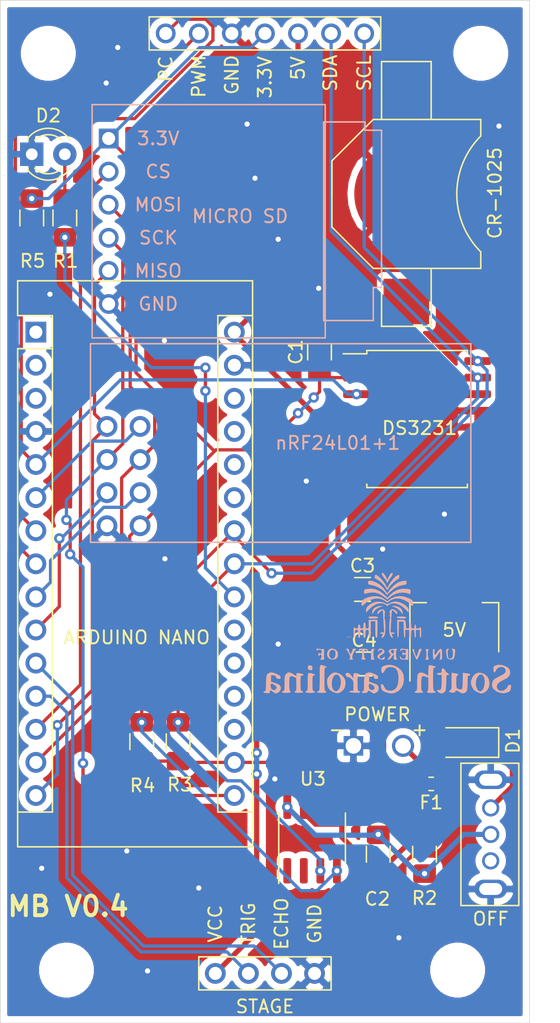
<source format=kicad_pcb>
(kicad_pcb (version 20171130) (host pcbnew "(5.1.6)-1")
  (layers (0 F.Cu signal) (31 B.Cu signal) (34 B.Paste user) (35 F.Paste user) (36 B.SilkS user) (37 F.SilkS user) (38 B.Mask user) (39 F.Mask user) (44 Edge.Cuts user))
  (net 0 "")
  (net 1 GND)
  (net 2 "Net-(D1-Pad2)")
  (net 3 "Net-(F1-Pad2)")
  (net 4 "Net-(switch1-Pad3)")
  (net 5 "Net-(BT1-Pad1)")
  (net 6 "Net-(U2-Pad1)")
  (net 7 "Net-(U2-Pad4)")
  (net 8 "Net-(A1-Pad1)")
  (net 9 "Net-(A1-Pad17)")
  (net 10 "Net-(A1-Pad2)")
  (net 11 "Net-(A1-Pad18)")
  (net 12 "Net-(A1-Pad3)")
  (net 13 "Net-(A1-Pad19)")
  (net 14 "Net-(A1-Pad20)")
  (net 15 "Net-(A1-Pad5)")
  (net 16 "Net-(A1-Pad21)")
  (net 17 "Net-(A1-Pad6)")
  (net 18 "Net-(A1-Pad22)")
  (net 19 "Net-(A1-Pad7)")
  (net 20 "Net-(A1-Pad23)")
  (net 21 "Net-(A1-Pad8)")
  (net 22 "Net-(A1-Pad24)")
  (net 23 "Net-(A1-Pad9)")
  (net 24 "Net-(A1-Pad25)")
  (net 25 "Net-(A1-Pad10)")
  (net 26 "Net-(A1-Pad26)")
  (net 27 "Net-(A1-Pad11)")
  (net 28 "Net-(A1-Pad27)")
  (net 29 "Net-(A1-Pad12)")
  (net 30 "Net-(A1-Pad28)")
  (net 31 "Net-(A1-Pad13)")
  (net 32 "Net-(A1-Pad14)")
  (net 33 "Net-(A1-Pad15)")
  (net 34 "Net-(A1-Pad16)")
  (net 35 "Net-(C2-Pad1)")
  (net 36 "Net-(C2-Pad2)")
  (net 37 "Net-(U3-Pad1)")
  (net 38 "Net-(U3-Pad2)")
  (net 39 "Net-(A1-Pad30)")
  (net 40 "Net-(D1-Pad1)")
  (net 41 "Net-(D2-Pad2)")
  (module custom:small_microSD_v2 (layer F.Cu) (at 142.3035 88.9635 90)
    (fp_text reference "MICRO SD" (at 1.016 13.2715 180) (layer B.SilkS))
    (fp_text value small_microSD)
    (fp_text user MISO (at -3.175 6.985) (layer B.SilkS))
    (fp_text user CS (at 4.445 6.985) (layer B.SilkS))
    (fp_text user MOSI (at 1.905 6.985) (layer B.SilkS))
    (fp_text user 3.3V (at 6.985 6.985) (layer B.SilkS))
    (fp_text user SCK (at -0.635 6.985) (layer B.SilkS))
    (fp_text user GND (at -5.715 6.985) (layer B.SilkS))
    (pad 5 thru_hole circle (at -3.175 3.175 90) (size 1.524 1.524) (drill 1) (layers *.Cu *.Mask) (net 33 "Net-(A1-Pad15)"))
    (pad 2 thru_hole circle (at 4.445 3.175 90) (size 1.524 1.524) (drill 1) (layers *.Cu *.Mask) (net 31 "Net-(A1-Pad13)"))
    (pad 1 thru_hole rect (at 6.985 3.175 90) (size 1.524 1.524) (drill 1) (layers *.Cu *.Mask) (net 9 "Net-(A1-Pad17)"))
    (pad 3 thru_hole circle (at 1.905 3.175 90) (size 1.524 1.524) (drill 1) (layers *.Cu *.Mask) (net 32 "Net-(A1-Pad14)"))
    (pad 4 thru_hole circle (at -0.635 3.175 90) (size 1.524 1.524) (drill 1) (layers *.Cu *.Mask) (net 34 "Net-(A1-Pad16)"))
    (pad 6 thru_hole circle (at -5.715 3.175 90) (size 1.524 1.524) (drill 1) (layers *.Cu *.Mask) (net 1 GND))
  )
  (module UofSC_logo:uofsc_logo_0_75in (layer B.Cu) (at 166.878 119.888 180)
    (fp_text reference G*** hide)
    (fp_text value LOGO hide)
  )
  (module MountingHole:MountingHole_3.2mm_M3 (layer F.Cu) (at 140.843 75.438)
    (fp_text reference REF** hide)
    (fp_text value MountingHole_3.2mm_M3)
    (pad 1 np_thru_hole circle (at 0 0) (size 3.2 3.2) (drill 3.2) (layers *.Cu *.Mask))
  )
  (module MountingHole:MountingHole_3.2mm_M3 (layer F.Cu) (at 172.2755 145.796)
    (fp_text reference REF** hide)
    (fp_text value MountingHole_3.2mm_M3)
    (pad 1 np_thru_hole circle (at 0 0) (size 3.2 3.2) (drill 3.2) (layers *.Cu *.Mask))
  )
  (module MountingHole:MountingHole_3.2mm_M3 (layer F.Cu) (at 174.0535 75.438)
    (fp_text reference REF** hide)
    (fp_text value MountingHole_3.2mm_M3)
    (pad 1 np_thru_hole circle (at 0 0) (size 3.2 3.2) (drill 3.2) (layers *.Cu *.Mask))
  )
  (module MountingHole:MountingHole_3.2mm_M3 (layer F.Cu) (at 142.24 145.796)
    (fp_text reference REF** hide)
    (fp_text value MountingHole_3.2mm_M3)
    (pad 1 np_thru_hole circle (at 0 0) (size 3.2 3.2) (drill 3.2) (layers *.Cu *.Mask))
  )
  (module Module:Arduino_Nano (layer F.Cu) (at 139.8905 96.8375)
    (fp_text reference "ARDUINO NANO" (at 7.747 23.4315) (layer F.SilkS))
    (fp_text value Arduino_Nano_v2.x-MCU_Module)
    (pad 1 thru_hole rect (at 0 0) (size 1.6 1.6) (drill 1) (layers *.Cu *.Mask) (net 8 "Net-(A1-Pad1)"))
    (pad 17 thru_hole oval (at 15.24 33.02) (size 1.6 1.6) (drill 1) (layers *.Cu *.Mask) (net 9 "Net-(A1-Pad17)"))
    (pad 2 thru_hole oval (at 0 2.54) (size 1.6 1.6) (drill 1) (layers *.Cu *.Mask) (net 10 "Net-(A1-Pad2)"))
    (pad 18 thru_hole oval (at 15.24 30.48) (size 1.6 1.6) (drill 1) (layers *.Cu *.Mask) (net 11 "Net-(A1-Pad18)"))
    (pad 3 thru_hole oval (at 0 5.08) (size 1.6 1.6) (drill 1) (layers *.Cu *.Mask) (net 12 "Net-(A1-Pad3)"))
    (pad 19 thru_hole oval (at 15.24 27.94) (size 1.6 1.6) (drill 1) (layers *.Cu *.Mask) (net 13 "Net-(A1-Pad19)"))
    (pad 4 thru_hole oval (at 0 7.62) (size 1.6 1.6) (drill 1) (layers *.Cu *.Mask) (net 1 GND))
    (pad 20 thru_hole oval (at 15.24 25.4) (size 1.6 1.6) (drill 1) (layers *.Cu *.Mask) (net 14 "Net-(A1-Pad20)"))
    (pad 5 thru_hole oval (at 0 10.16) (size 1.6 1.6) (drill 1) (layers *.Cu *.Mask) (net 15 "Net-(A1-Pad5)"))
    (pad 21 thru_hole oval (at 15.24 22.86) (size 1.6 1.6) (drill 1) (layers *.Cu *.Mask) (net 16 "Net-(A1-Pad21)"))
    (pad 6 thru_hole oval (at 0 12.7) (size 1.6 1.6) (drill 1) (layers *.Cu *.Mask) (net 17 "Net-(A1-Pad6)"))
    (pad 22 thru_hole oval (at 15.24 20.32) (size 1.6 1.6) (drill 1) (layers *.Cu *.Mask) (net 18 "Net-(A1-Pad22)"))
    (pad 7 thru_hole oval (at 0 15.24) (size 1.6 1.6) (drill 1) (layers *.Cu *.Mask) (net 19 "Net-(A1-Pad7)"))
    (pad 23 thru_hole oval (at 15.24 17.78) (size 1.6 1.6) (drill 1) (layers *.Cu *.Mask) (net 20 "Net-(A1-Pad23)"))
    (pad 8 thru_hole oval (at 0 17.78) (size 1.6 1.6) (drill 1) (layers *.Cu *.Mask) (net 21 "Net-(A1-Pad8)"))
    (pad 24 thru_hole oval (at 15.24 15.24) (size 1.6 1.6) (drill 1) (layers *.Cu *.Mask) (net 22 "Net-(A1-Pad24)"))
    (pad 9 thru_hole oval (at 0 20.32) (size 1.6 1.6) (drill 1) (layers *.Cu *.Mask) (net 23 "Net-(A1-Pad9)"))
    (pad 25 thru_hole oval (at 15.24 12.7) (size 1.6 1.6) (drill 1) (layers *.Cu *.Mask) (net 24 "Net-(A1-Pad25)"))
    (pad 10 thru_hole oval (at 0 22.86) (size 1.6 1.6) (drill 1) (layers *.Cu *.Mask) (net 25 "Net-(A1-Pad10)"))
    (pad 26 thru_hole oval (at 15.24 10.16) (size 1.6 1.6) (drill 1) (layers *.Cu *.Mask) (net 26 "Net-(A1-Pad26)"))
    (pad 11 thru_hole oval (at 0 25.4) (size 1.6 1.6) (drill 1) (layers *.Cu *.Mask) (net 27 "Net-(A1-Pad11)"))
    (pad 27 thru_hole oval (at 15.24 7.62) (size 1.6 1.6) (drill 1) (layers *.Cu *.Mask) (net 28 "Net-(A1-Pad27)"))
    (pad 12 thru_hole oval (at 0 27.94) (size 1.6 1.6) (drill 1) (layers *.Cu *.Mask) (net 29 "Net-(A1-Pad12)"))
    (pad 28 thru_hole oval (at 15.24 5.08) (size 1.6 1.6) (drill 1) (layers *.Cu *.Mask) (net 30 "Net-(A1-Pad28)"))
    (pad 13 thru_hole oval (at 0 30.48) (size 1.6 1.6) (drill 1) (layers *.Cu *.Mask) (net 31 "Net-(A1-Pad13)"))
    (pad 29 thru_hole oval (at 15.24 2.54) (size 1.6 1.6) (drill 1) (layers *.Cu *.Mask) (net 1 GND))
    (pad 14 thru_hole oval (at 0 33.02) (size 1.6 1.6) (drill 1) (layers *.Cu *.Mask) (net 32 "Net-(A1-Pad14)"))
    (pad 30 thru_hole oval (at 15.24 0) (size 1.6 1.6) (drill 1) (layers *.Cu *.Mask) (net 39 "Net-(A1-Pad30)"))
    (pad 15 thru_hole oval (at 0 35.56) (size 1.6 1.6) (drill 1) (layers *.Cu *.Mask) (net 33 "Net-(A1-Pad15)"))
    (pad 16 thru_hole oval (at 15.24 35.56) (size 1.6 1.6) (drill 1) (layers *.Cu *.Mask) (net 34 "Net-(A1-Pad16)"))
  )
  (module custom:battery_holder_10mm (layer F.Cu) (at 168.3385 86.233 270)
    (fp_text reference CR-1025 (at -0.0635 -6.7945 90) (layer F.SilkS))
    (fp_text value Battery_Cell)
    (pad 1 smd rect (at 8.255 0 180) (size 3.5 3.5) (layers F.Cu F.Mask) (net 5 "Net-(BT1-Pad1)"))
    (pad 1 smd rect (at -8.255 0 180) (size 3.5 3.5) (layers F.Cu F.Mask) (net 5 "Net-(BT1-Pad1)"))
    (pad 2 smd circle (at 0 0 180) (size 8 8) (layers F.Cu F.Mask) (net 1 GND))
  )
  (module Capacitor_SMD:C_1206_3216Metric_Pad1.42x1.75mm_HandSolder (layer F.Cu) (at 161.671 98.3615 90)
    (fp_text reference C1 (at 0 -1.82 90) (layer F.SilkS))
    (fp_text value C)
    (pad 2 smd roundrect (at 1.4875 0 90) (size 1.425 1.75) (layers F.Cu F.Paste F.Mask) (roundrect_rratio 0.175439) (net 1 GND))
    (pad 1 smd roundrect (at -1.4875 0 90) (size 1.425 1.75) (layers F.Cu F.Paste F.Mask) (roundrect_rratio 0.175439) (net 9 "Net-(A1-Pad17)"))
  )
  (module Capacitor_SMD:C_1206_3216Metric_Pad1.42x1.75mm_HandSolder (layer F.Cu) (at 166.1795 136.906 270)
    (fp_text reference C2 (at 3.429 0.0635) (layer F.SilkS))
    (fp_text value C)
    (pad 1 smd roundrect (at -1.4875 0 270) (size 1.425 1.75) (layers F.Cu F.Paste F.Mask) (roundrect_rratio 0.175439) (net 35 "Net-(C2-Pad1)"))
    (pad 2 smd roundrect (at 1.4875 0 270) (size 1.425 1.75) (layers F.Cu F.Paste F.Mask) (roundrect_rratio 0.175439) (net 36 "Net-(C2-Pad2)"))
  )
  (module Capacitor_SMD:C_1206_3216Metric_Pad1.42x1.75mm_HandSolder (layer F.Cu) (at 164.973 116.586)
    (fp_text reference C3 (at 0 -1.82) (layer F.SilkS))
    (fp_text value C)
    (pad 1 smd roundrect (at -1.4875 0) (size 1.425 1.75) (layers F.Cu F.Paste F.Mask) (roundrect_rratio 0.175439) (net 1 GND))
    (pad 2 smd roundrect (at 1.4875 0) (size 1.425 1.75) (layers F.Cu F.Paste F.Mask) (roundrect_rratio 0.175439) (net 39 "Net-(A1-Pad30)"))
  )
  (module Capacitor_SMD:C_1206_3216Metric_Pad1.42x1.75mm_HandSolder (layer F.Cu) (at 165.1 122.301)
    (fp_text reference C4 (at 0 -1.82) (layer F.SilkS))
    (fp_text value C)
    (pad 2 smd roundrect (at 1.4875 0) (size 1.425 1.75) (layers F.Cu F.Paste F.Mask) (roundrect_rratio 0.175439) (net 36 "Net-(C2-Pad2)"))
    (pad 1 smd roundrect (at -1.4875 0) (size 1.425 1.75) (layers F.Cu F.Paste F.Mask) (roundrect_rratio 0.175439) (net 1 GND))
  )
  (module Diode_SMD:D_1206_3216Metric_Pad1.42x1.75mm_HandSolder (layer F.Cu) (at 172.974 128.3335 180)
    (fp_text reference D1 (at -3.556 0.127 90) (layer F.SilkS))
    (fp_text value D)
    (pad 1 smd roundrect (at -1.4875 0 180) (size 1.425 1.75) (layers F.Cu F.Paste F.Mask) (roundrect_rratio 0.175439) (net 40 "Net-(D1-Pad1)"))
    (pad 2 smd roundrect (at 1.4875 0 180) (size 1.425 1.75) (layers F.Cu F.Paste F.Mask) (roundrect_rratio 0.175439) (net 2 "Net-(D1-Pad2)"))
  )
  (module LED_THT:LED_D3.0mm (layer F.Cu) (at 139.573 83.185)
    (fp_text reference D2 (at 1.27 -2.96) (layer F.SilkS))
    (fp_text value LED)
    (pad 1 thru_hole rect (at 0 0) (size 1.8 1.8) (drill 0.9) (layers *.Cu *.Mask) (net 1 GND))
    (pad 2 thru_hole circle (at 2.54 0) (size 1.8 1.8) (drill 0.9) (layers *.Cu *.Mask) (net 41 "Net-(D2-Pad2)"))
  )
  (module Resistor_SMD:R_0603_1608Metric_Pad1.05x0.95mm_HandSolder (layer F.Cu) (at 170.2435 131.5085 180)
    (fp_text reference F1 (at 0 -1.43) (layer F.SilkS))
    (fp_text value Fuse)
    (pad 1 smd roundrect (at -0.875 0 180) (size 1.05 0.95) (layers F.Cu F.Paste F.Mask) (net 2 "Net-(D1-Pad2)"))
    (pad 2 smd roundrect (at 0.875 0 180) (size 1.05 0.95) (layers F.Cu F.Paste F.Mask) (net 3 "Net-(F1-Pad2)"))
  )
  (module custom:nRF24L01+ (layer F.Cu) (at 156.7815 105.3465 270)
    (fp_text reference nRF24L01+1 (at 0 -6.2865 180) (layer B.SilkS))
    (fp_text value nRF24L01+)
    (pad 3 thru_hole circle (at 1.27 8.89 270) (size 1.6 1.6) (drill 1) (layers *.Cu *.Mask) (net 32 "Net-(A1-Pad14)"))
    (pad 7 thru_hole circle (at 1.27 11.43 270) (size 1.6 1.6) (drill 1) (layers *.Cu *.Mask) (net 34 "Net-(A1-Pad16)"))
    (pad 5 thru_hole circle (at 6.35 11.43 270) (size 1.6 1.6) (drill 1) (layers *.Cu *.Mask) (net 1 GND))
    (pad 6 thru_hole circle (at 3.81 11.43 270) (size 1.6 1.6) (drill 1) (layers *.Cu *.Mask) (net 25 "Net-(A1-Pad10)"))
    (pad 2 thru_hole circle (at 3.81 8.89 270) (size 1.6 1.6) (drill 1) (layers *.Cu *.Mask) (net 23 "Net-(A1-Pad9)"))
    (pad 1 thru_hole circle (at 6.35 8.89 270) (size 1.6 1.6) (drill 1) (layers *.Cu *.Mask) (net 9 "Net-(A1-Pad17)"))
    (pad 4 thru_hole circle (at -1.27 8.89 270) (size 1.6 1.6) (drill 1) (layers *.Cu *.Mask) (net 17 "Net-(A1-Pad6)"))
    (pad 8 thru_hole circle (at -1.27 11.43 270) (size 1.6 1.6) (drill 1) (layers *.Cu *.Mask) (net 33 "Net-(A1-Pad15)"))
  )
  (module custom:XT60PW (layer F.Cu) (at 166.8145 126.0475)
    (fp_text reference POWER (at -0.6985 0.127) (layer F.SilkS))
    (fp_text value XP60PW)
    (fp_text user + (at 2.54 1.27) (layer F.SilkS))
    (fp_text user - (at -3.81 1.27) (layer F.SilkS))
    (pad 2 thru_hole circle (at 1.27 2.54) (size 1.7 1.7) (drill 1.2) (layers *.Cu *.Mask) (net 3 "Net-(F1-Pad2)"))
    (pad 1 thru_hole rect (at -2.54 2.54) (size 1.5 1.5) (drill 1.2) (layers *.Cu *.Mask) (net 1 GND))
  )
  (module Capacitor_SMD:C_1206_3216Metric_Pad1.42x1.75mm_HandSolder (layer F.Cu) (at 142.113 88.0745 90)
    (fp_text reference R1 (at -3.302 0.0635 180) (layer F.SilkS))
    (fp_text value 1k)
    (pad 1 smd roundrect (at -1.4875 0 90) (size 1.425 1.75) (layers F.Cu F.Paste F.Mask) (roundrect_rratio 0.175439) (net 18 "Net-(A1-Pad22)"))
    (pad 2 smd roundrect (at 1.4875 0 90) (size 1.425 1.75) (layers F.Cu F.Paste F.Mask) (roundrect_rratio 0.175439) (net 41 "Net-(D2-Pad2)"))
  )
  (module Resistor_SMD:R_1206_3216Metric_Pad1.42x1.75mm_HandSolder (layer F.Cu) (at 169.7355 136.906 90)
    (fp_text reference R2 (at -3.3655 0) (layer F.SilkS))
    (fp_text value Rs)
    (pad 2 smd roundrect (at 1.4875 0 90) (size 1.425 1.75) (layers F.Cu F.Paste F.Mask) (roundrect_rratio 0.175439) (net 36 "Net-(C2-Pad2)"))
    (pad 1 smd roundrect (at -1.4875 0 90) (size 1.425 1.75) (layers F.Cu F.Paste F.Mask) (roundrect_rratio 0.175439) (net 35 "Net-(C2-Pad1)"))
  )
  (module Capacitor_SMD:C_1206_3216Metric_Pad1.42x1.75mm_HandSolder (layer F.Cu) (at 150.8125 128.27 90)
    (fp_text reference R3 (at -3.302 0.127 180) (layer F.SilkS))
    (fp_text value 4.7k)
    (pad 1 smd roundrect (at -1.4875 0 90) (size 1.425 1.75) (layers F.Cu F.Paste F.Mask) (roundrect_rratio 0.175439) (net 9 "Net-(A1-Pad17)"))
    (pad 2 smd roundrect (at 1.4875 0 90) (size 1.425 1.75) (layers F.Cu F.Paste F.Mask) (roundrect_rratio 0.175439) (net 20 "Net-(A1-Pad23)"))
  )
  (module Capacitor_SMD:C_1206_3216Metric_Pad1.42x1.75mm_HandSolder (layer F.Cu) (at 148.0185 128.27 90)
    (fp_text reference R4 (at -3.3655 0.0635 180) (layer F.SilkS))
    (fp_text value 4.7k)
    (pad 2 smd roundrect (at 1.4875 0 90) (size 1.425 1.75) (layers F.Cu F.Paste F.Mask) (roundrect_rratio 0.175439) (net 22 "Net-(A1-Pad24)"))
    (pad 1 smd roundrect (at -1.4875 0 90) (size 1.425 1.75) (layers F.Cu F.Paste F.Mask) (roundrect_rratio 0.175439) (net 9 "Net-(A1-Pad17)"))
  )
  (module Resistor_SMD:R_1206_3216Metric_Pad1.42x1.75mm_HandSolder (layer F.Cu) (at 139.573 88.0745 90)
    (fp_text reference R5 (at -3.302 0.0635 180) (layer F.SilkS))
    (fp_text value 4.7k)
    (pad 1 smd roundrect (at -1.4875 0 90) (size 1.425 1.75) (layers F.Cu F.Paste F.Mask) (roundrect_rratio 0.175439) (net 15 "Net-(A1-Pad5)"))
    (pad 2 smd roundrect (at 1.4875 0 90) (size 1.425 1.75) (layers F.Cu F.Paste F.Mask) (roundrect_rratio 0.175439) (net 9 "Net-(A1-Pad17)"))
  )
  (module custom:grounded_switch (layer F.Cu) (at 179.8955 135.382 270)
    (fp_text reference switch1 hide)
    (fp_text value grounded_switch)
    (pad 1 thru_hole circle (at -2.032 5.08 270) (size 1.324 1.324) (drill 0.914) (layers *.Cu *.Mask) (net 40 "Net-(D1-Pad1)"))
    (pad 2 thru_hole circle (at 0 5.08 270) (size 1.324 1.324) (drill 0.914) (layers *.Cu *.Mask) (net 35 "Net-(C2-Pad1)"))
    (pad 3 thru_hole circle (at 2.032 5.08 270) (size 1.324 1.324) (drill 0.914) (layers *.Cu *.Mask) (net 4 "Net-(switch1-Pad3)"))
    (pad 4 thru_hole oval (at -4.191 5.08) (size 2.524 1.424) (drill oval 1.76 0.914) (layers *.Cu *.Mask) (net 1 GND))
    (pad 5 thru_hole oval (at 4.191 5.08) (size 2.524 1.424) (drill oval 1.76 0.914) (layers *.Cu *.Mask) (net 1 GND))
  )
  (module Package_SO:SOIC-16W_7.5x10.3mm_P1.27mm (layer F.Cu) (at 169.164 103.505)
    (fp_text reference DS3231 (at 0.1905 0.6985) (layer F.SilkS))
    (fp_text value DS3231M)
    (pad 1 smd roundrect (at -4.65 -4.445) (size 2.05 0.6) (layers F.Cu F.Paste F.Mask) (net 6 "Net-(U2-Pad1)"))
    (pad 2 smd roundrect (at -4.65 -3.175) (size 2.05 0.6) (layers F.Cu F.Paste F.Mask) (net 9 "Net-(A1-Pad17)"))
    (pad 3 smd roundrect (at -4.65 -1.905) (size 2.05 0.6) (layers F.Cu F.Paste F.Mask) (net 15 "Net-(A1-Pad5)"))
    (pad 4 smd roundrect (at -4.65 -0.635) (size 2.05 0.6) (layers F.Cu F.Paste F.Mask) (net 7 "Net-(U2-Pad4)"))
    (pad 5 smd roundrect (at -4.65 0.635) (size 2.05 0.6) (layers F.Cu F.Paste F.Mask) (net 1 GND))
    (pad 6 smd roundrect (at -4.65 1.905) (size 2.05 0.6) (layers F.Cu F.Paste F.Mask) (net 1 GND))
    (pad 7 smd roundrect (at -4.65 3.175) (size 2.05 0.6) (layers F.Cu F.Paste F.Mask) (net 1 GND))
    (pad 8 smd roundrect (at -4.65 4.445) (size 2.05 0.6) (layers F.Cu F.Paste F.Mask) (net 1 GND))
    (pad 9 smd roundrect (at 4.65 4.445) (size 2.05 0.6) (layers F.Cu F.Paste F.Mask) (net 1 GND))
    (pad 10 smd roundrect (at 4.65 3.175) (size 2.05 0.6) (layers F.Cu F.Paste F.Mask) (net 1 GND))
    (pad 11 smd roundrect (at 4.65 1.905) (size 2.05 0.6) (layers F.Cu F.Paste F.Mask) (net 1 GND))
    (pad 12 smd roundrect (at 4.65 0.635) (size 2.05 0.6) (layers F.Cu F.Paste F.Mask) (net 1 GND))
    (pad 13 smd roundrect (at 4.65 -0.635) (size 2.05 0.6) (layers F.Cu F.Paste F.Mask) (net 1 GND))
    (pad 14 smd roundrect (at 4.65 -1.905) (size 2.05 0.6) (layers F.Cu F.Paste F.Mask) (net 5 "Net-(BT1-Pad1)"))
    (pad 15 smd roundrect (at 4.65 -3.175) (size 2.05 0.6) (layers F.Cu F.Paste F.Mask) (net 20 "Net-(A1-Pad23)"))
    (pad 16 smd roundrect (at 4.65 -4.445) (size 2.05 0.6) (layers F.Cu F.Paste F.Mask) (net 22 "Net-(A1-Pad24)"))
  )
  (module Package_SO:SOIC-8_3.9x4.9mm_P1.27mm (layer F.Cu) (at 161.0995 135.6995 90)
    (fp_text reference U3 (at 4.572 0.0635 180) (layer F.SilkS))
    (fp_text value INA219AxD)
    (pad 1 smd roundrect (at -2.475 -1.905 90) (size 1.95 0.6) (layers F.Cu F.Paste F.Mask) (net 37 "Net-(U3-Pad1)"))
    (pad 2 smd roundrect (at -2.475 -0.635 90) (size 1.95 0.6) (layers F.Cu F.Paste F.Mask) (net 38 "Net-(U3-Pad2)"))
    (pad 3 smd roundrect (at -2.475 0.635 90) (size 1.95 0.6) (layers F.Cu F.Paste F.Mask) (net 20 "Net-(A1-Pad23)"))
    (pad 4 smd roundrect (at -2.475 1.905 90) (size 1.95 0.6) (layers F.Cu F.Paste F.Mask) (net 22 "Net-(A1-Pad24)"))
    (pad 5 smd roundrect (at 2.475 1.905 90) (size 1.95 0.6) (layers F.Cu F.Paste F.Mask) (net 9 "Net-(A1-Pad17)"))
    (pad 6 smd roundrect (at 2.475 0.635 90) (size 1.95 0.6) (layers F.Cu F.Paste F.Mask) (net 1 GND))
    (pad 7 smd roundrect (at 2.475 -0.635 90) (size 1.95 0.6) (layers F.Cu F.Paste F.Mask) (net 36 "Net-(C2-Pad2)"))
    (pad 8 smd roundrect (at 2.475 -1.905 90) (size 1.95 0.6) (layers F.Cu F.Paste F.Mask) (net 35 "Net-(C2-Pad1)"))
  )
  (module Package_TO_SOT_SMD:SOT-223-3_TabPin2 (layer F.Cu) (at 172.0215 119.507 90)
    (fp_text reference 5V (at -0.1905 0 unlocked) (layer F.SilkS))
    (fp_text value KA78M05_TO252)
    (pad 2 smd rect (at 3.15 0 90) (size 2 3.8) (layers F.Cu F.Paste F.Mask) (net 1 GND))
    (pad 2 smd rect (at -3.15 0 90) (size 2 1.5) (layers F.Cu F.Paste F.Mask) (net 1 GND))
    (pad 3 smd rect (at -3.15 2.3 90) (size 2 1.5) (layers F.Cu F.Paste F.Mask) (net 39 "Net-(A1-Pad30)"))
    (pad 1 smd rect (at -3.15 -2.3 90) (size 2 1.5) (layers F.Cu F.Paste F.Mask) (net 36 "Net-(C2-Pad2)"))
  )
  (module custom:HCSR04 (layer F.Cu) (at 157.48 144.78)
    (fp_text reference STAGE (at 0 3.81) (layer F.SilkS))
    (fp_text value HCSR04)
    (fp_text user VCC (at -3.81 -2.54 90) (layer F.SilkS))
    (fp_text user TRIG (at -1.27 -2.54 90) (layer F.SilkS))
    (fp_text user ECHO (at 1.27 -2.54 90) (layer F.SilkS))
    (fp_text user GND (at 3.81 -2.54 90) (layer F.SilkS))
    (pad 1 thru_hole circle (at 3.81 1.27) (size 1.6 1.6) (drill 1) (layers *.Cu *.Mask) (net 1 GND))
    (pad 2 thru_hole circle (at 1.27 1.27) (size 1.6 1.6) (drill 1) (layers *.Cu *.Mask) (net 27 "Net-(A1-Pad11)"))
    (pad 3 thru_hole circle (at -1.27 1.27) (size 1.6 1.6) (drill 1) (layers *.Cu *.Mask) (net 29 "Net-(A1-Pad12)"))
    (pad 4 thru_hole circle (at -3.81 1.27) (size 1.6 1.6) (drill 1) (layers *.Cu *.Mask) (net 39 "Net-(A1-Pad30)"))
  )
  (module custom:top_rail_v2 (layer F.Cu) (at 160.02 76.454 180)
    (fp_text reference U1 hide)
    (fp_text value top_rail_v2)
    (fp_text user SCL (at -5.08 -0.508 90) (layer F.SilkS))
    (fp_text user SDA (at -2.4765 -0.508 90) (layer F.SilkS))
    (fp_text user 5V (at 0 -0.127 90) (layer F.SilkS))
    (fp_text user 3.3V (at 2.54 -0.8255 90) (layer F.SilkS))
    (fp_text user GND (at 5.08 -0.635 90) (layer F.SilkS))
    (fp_text user PWM (at 7.62 -0.762 90) (layer F.SilkS))
    (fp_text user PC (at 10.16 -0.1905 90) (layer F.SilkS))
    (pad 2 thru_hole circle (at -5.08 2.54 180) (size 1.524 1.524) (drill 1) (layers *.Cu *.Mask B.Paste) (net 22 "Net-(A1-Pad24)"))
    (pad 3 thru_hole circle (at -2.54 2.54 180) (size 1.524 1.524) (drill 1) (layers *.Cu *.Mask B.Paste) (net 20 "Net-(A1-Pad23)"))
    (pad 4 thru_hole circle (at 0 2.54 180) (size 1.524 1.524) (drill 1) (layers *.Cu *.Mask B.Paste) (net 39 "Net-(A1-Pad30)"))
    (pad 5 thru_hole circle (at 2.54 2.54 180) (size 1.524 1.524) (drill 1) (layers *.Cu *.Mask B.Paste) (net 9 "Net-(A1-Pad17)"))
    (pad 6 thru_hole circle (at 5.08 2.54 180) (size 1.524 1.524) (drill 1) (layers *.Cu *.Mask B.Paste) (net 1 GND))
    (pad 7 thru_hole circle (at 7.62 2.54 180) (size 1.524 1.524) (drill 1) (layers *.Cu *.Mask B.Paste) (net 21 "Net-(A1-Pad8)"))
    (pad 8 thru_hole circle (at 10.16 2.54 180) (size 1.524 1.524) (drill 1) (layers *.Cu *.Mask B.Paste) (net 19 "Net-(A1-Pad7)"))
  )
  (gr_text OFF (at 174.8155 141.859) (layer F.SilkS) (effects (font (size 1 1))))
  (gr_text "MB V0.4" (at 142.367 140.9065) (layer F.SilkS) (effects (font (size 1.5 1.5) (thickness 0.3))))
  (gr_line (start 177.8 142.24) (end 177.8 78.74) (layer Edge.Cuts) (width 0.05))
  (gr_line (start 137.16 78.74) (end 137.16 71.374) (layer Edge.Cuts) (width 0.05))
  (gr_line (start 177.8 71.628) (end 177.8 71.374) (layer Edge.Cuts) (width 0.05))
  (gr_line (start 137.16 78.74) (end 137.16 142.24) (layer Edge.Cuts) (width 0.05))
  (gr_line (start 177.8 142.24) (end 177.8 149.86) (layer Edge.Cuts) (width 0.05))
  (gr_line (start 137.16 149.86) (end 137.16 142.24) (layer Edge.Cuts) (width 0.05))
  (gr_line (start 137.16 149.86) (end 177.8 149.86) (layer Edge.Cuts) (width 0.05))
  (gr_line (start 177.8 78.74) (end 177.8 71.628) (layer Edge.Cuts) (width 0.05))
  (gr_line (start 137.16 71.374) (end 177.8 71.374) (layer Edge.Cuts) (width 0.05))
  (via (at 160.655 108.2675) (size 0.8) (drill 0.4) (layers F.Cu B.Cu) (net 1))
  (via (at 171.2595 110.8075) (size 0.8) (drill 0.4) (layers F.Cu B.Cu) (net 1))
  (via (at 158.496 120.777) (size 0.8) (drill 0.4) (layers F.Cu B.Cu) (net 1))
  (via (at 149.7965 114.2365) (size 0.8) (drill 0.4) (layers F.Cu B.Cu) (net 1))
  (via (at 146.8755 136.652) (size 0.8) (drill 0.4) (layers F.Cu B.Cu) (net 1))
  (via (at 148.463 145.8595) (size 0.8) (drill 0.4) (layers F.Cu B.Cu) (net 1))
  (via (at 140.335 137.9855) (size 0.8) (drill 0.4) (layers F.Cu B.Cu) (net 1))
  (via (at 167.767 143.3195) (size 0.8) (drill 0.4) (layers F.Cu B.Cu) (net 1))
  (via (at 156.718 85.0265) (size 0.8) (drill 0.4) (layers F.Cu B.Cu) (net 1))
  (via (at 146.177 74.9935) (size 0.8) (drill 0.4) (layers F.Cu B.Cu) (net 1))
  (via (at 158.496 89.7128) (size 0.8) (drill 0.4) (layers F.Cu B.Cu) (net 1))
  (via (at 161.6075 93.472) (size 0.8) (drill 0.4) (layers F.Cu B.Cu) (net 1))
  (via (at 175.4505 81.026) (size 0.8) (drill 0.4) (layers F.Cu B.Cu) (net 1))
  (via (at 158.242 131.1275) (size 0.8) (drill 0.4) (layers F.Cu B.Cu) (net 1))
  (segment (start 161.7345 132.2495) (end 161.7345 133.2245) (width 0.4) (layer F.Cu) (net 1))
  (segment (start 158.242 131.1275) (end 160.6125 131.1275) (width 0.4) (layer F.Cu) (net 1))
  (segment (start 160.6125 131.1275) (end 161.7345 132.2495) (width 0.4) (layer F.Cu) (net 1))
  (via (at 149.7584 97.4852) (size 0.8) (drill 0.4) (layers F.Cu B.Cu) (net 1))
  (via (at 140.97 93.9292) (size 0.8) (drill 0.4) (layers F.Cu B.Cu) (net 1))
  (via (at 145.288 77.724) (size 0.8) (drill 0.4) (layers F.Cu B.Cu) (net 1))
  (via (at 156.1084 80.8736) (size 0.8) (drill 0.4) (layers F.Cu B.Cu) (net 1))
  (via (at 166.5224 113.4872) (size 0.8) (drill 0.4) (layers F.Cu B.Cu) (net 1))
  (via (at 152.4 139.4968) (size 0.8) (drill 0.4) (layers F.Cu B.Cu) (net 1))
  (segment (start 171.4865 131.1405) (end 171.1185 131.5085) (width 0.4) (layer F.Cu) (net 2))
  (segment (start 171.4865 128.3335) (end 171.4865 131.1405) (width 0.4) (layer F.Cu) (net 2))
  (segment (start 169.3685 129.8715) (end 168.0845 128.5875) (width 0.4) (layer F.Cu) (net 3))
  (segment (start 169.3685 131.5085) (end 169.3685 129.8715) (width 0.4) (layer F.Cu) (net 3))
  (segment (start 172.663501 90.162999) (end 168.3385 94.488) (width 0.25) (layer F.Cu) (net 5))
  (segment (start 172.663501 82.303001) (end 172.663501 90.162999) (width 0.25) (layer F.Cu) (net 5))
  (segment (start 168.3385 77.978) (end 172.663501 82.303001) (width 0.25) (layer F.Cu) (net 5))
  (segment (start 173.387232 101.6) (end 173.814 101.6) (width 0.25) (layer F.Cu) (net 5))
  (segment (start 168.3385 96.551268) (end 173.387232 101.6) (width 0.25) (layer F.Cu) (net 5))
  (segment (start 168.3385 94.488) (end 168.3385 96.551268) (width 0.25) (layer F.Cu) (net 5))
  (segment (start 150.9125 129.8575) (end 150.8125 129.7575) (width 0.25) (layer F.Cu) (net 9))
  (segment (start 155.1305 129.8575) (end 150.9125 129.8575) (width 0.25) (layer F.Cu) (net 9))
  (segment (start 150.8125 129.7575) (end 148.0185 129.7575) (width 0.25) (layer F.Cu) (net 9))
  (segment (start 162.152 100.33) (end 161.671 99.849) (width 0.25) (layer F.Cu) (net 9))
  (segment (start 164.514 100.33) (end 162.152 100.33) (width 0.25) (layer F.Cu) (net 9))
  (via (at 139.573 86.587) (size 0.8) (drill 0.4) (layers F.Cu B.Cu) (net 9))
  (segment (start 145.4785 81.9785) (end 140.87 86.587) (width 0.25) (layer B.Cu) (net 9))
  (segment (start 140.87 86.587) (end 139.573 86.587) (width 0.25) (layer B.Cu) (net 9))
  (segment (start 163.0045 132.2495) (end 163.0045 133.2245) (width 0.25) (layer F.Cu) (net 9))
  (segment (start 160.6125 129.8575) (end 163.0045 132.2495) (width 0.25) (layer F.Cu) (net 9))
  (segment (start 155.1305 129.8575) (end 160.6125 129.8575) (width 0.25) (layer F.Cu) (net 9))
  (via (at 161.2265 101.854) (size 0.8) (drill 0.4) (layers F.Cu B.Cu) (net 9))
  (segment (start 161.671 99.849) (end 161.671 101.4095) (width 0.25) (layer F.Cu) (net 9))
  (segment (start 161.671 101.4095) (end 161.2265 101.854) (width 0.25) (layer F.Cu) (net 9))
  (via (at 160.02 103.0605) (size 0.8) (drill 0.4) (layers F.Cu B.Cu) (net 9))
  (segment (start 161.2265 101.854) (end 160.02 103.0605) (width 0.25) (layer B.Cu) (net 9))
  (segment (start 157.208001 105.872499) (end 153.715501 105.872499) (width 0.25) (layer F.Cu) (net 9))
  (segment (start 160.02 103.0605) (end 157.208001 105.872499) (width 0.25) (layer F.Cu) (net 9))
  (segment (start 153.715501 105.872499) (end 153.63825 105.94975) (width 0.25) (layer F.Cu) (net 9))
  (segment (start 153.63825 105.94975) (end 147.8915 111.6965) (width 0.25) (layer F.Cu) (net 9))
  (segment (start 147.091501 125.808809) (end 146.81849 126.08182) (width 0.25) (layer F.Cu) (net 9))
  (segment (start 147.091501 112.496499) (end 147.091501 125.808809) (width 0.25) (layer F.Cu) (net 9))
  (segment (start 146.81849 128.55749) (end 148.0185 129.7575) (width 0.25) (layer F.Cu) (net 9))
  (segment (start 146.81849 126.08182) (end 146.81849 128.55749) (width 0.25) (layer F.Cu) (net 9))
  (segment (start 147.8915 111.6965) (end 147.091501 112.496499) (width 0.25) (layer F.Cu) (net 9))
  (segment (start 153.57475 105.94975) (end 153.63825 105.94975) (width 0.25) (layer F.Cu) (net 9))
  (segment (start 147.57951 99.95451) (end 153.57475 105.94975) (width 0.25) (layer F.Cu) (net 9))
  (segment (start 147.57951 84.07951) (end 147.57951 99.95451) (width 0.25) (layer F.Cu) (net 9))
  (segment (start 145.4785 81.9785) (end 147.57951 84.07951) (width 0.25) (layer F.Cu) (net 9))
  (segment (start 152.455999 75.001001) (end 145.4785 81.9785) (width 0.25) (layer B.Cu) (net 9))
  (segment (start 156.392999 75.001001) (end 152.455999 75.001001) (width 0.25) (layer B.Cu) (net 9))
  (segment (start 157.48 73.914) (end 156.392999 75.001001) (width 0.25) (layer B.Cu) (net 9))
  (segment (start 138.765499 105.872499) (end 139.8905 106.9975) (width 0.25) (layer F.Cu) (net 15))
  (segment (start 138.765499 90.369501) (end 138.765499 105.872499) (width 0.25) (layer F.Cu) (net 15))
  (segment (start 139.573 89.562) (end 138.765499 90.369501) (width 0.25) (layer F.Cu) (net 15))
  (segment (start 146.385499 100.502501) (end 162.732501 100.502501) (width 0.25) (layer B.Cu) (net 15))
  (segment (start 139.8905 106.9975) (end 146.385499 100.502501) (width 0.25) (layer B.Cu) (net 15))
  (segment (start 162.732501 100.502501) (end 163.83 101.6) (width 0.25) (layer B.Cu) (net 15))
  (via (at 164.514 101.6) (size 0.8) (drill 0.4) (layers F.Cu B.Cu) (net 15))
  (segment (start 163.83 101.6) (end 164.514 101.6) (width 0.25) (layer B.Cu) (net 15))
  (segment (start 144.226499 105.201501) (end 139.8905 109.5375) (width 0.25) (layer B.Cu) (net 17))
  (segment (start 146.766499 105.201501) (end 144.226499 105.201501) (width 0.25) (layer B.Cu) (net 17))
  (segment (start 147.8915 104.0765) (end 146.766499 105.201501) (width 0.25) (layer B.Cu) (net 17))
  (via (at 142.113 89.562) (size 0.8) (drill 0.4) (layers F.Cu B.Cu) (net 18))
  (via (at 152.908 101.346) (size 0.8) (drill 0.4) (layers F.Cu B.Cu) (net 18))
  (segment (start 155.1305 117.1575) (end 152.908 114.935) (width 0.25) (layer B.Cu) (net 18))
  (segment (start 152.908 114.935) (end 152.908 101.346) (width 0.25) (layer B.Cu) (net 18))
  (via (at 152.908 99.568) (size 0.8) (drill 0.4) (layers F.Cu B.Cu) (net 18))
  (segment (start 152.908 101.346) (end 152.908 99.568) (width 0.25) (layer F.Cu) (net 18))
  (segment (start 148.759238 99.568) (end 142.113 92.921762) (width 0.25) (layer B.Cu) (net 18))
  (segment (start 142.113 92.921762) (end 142.113 89.562) (width 0.25) (layer B.Cu) (net 18))
  (segment (start 152.908 99.568) (end 148.759238 99.568) (width 0.25) (layer B.Cu) (net 18))
  (segment (start 152.921761 72.826999) (end 150.947001 72.826999) (width 0.25) (layer F.Cu) (net 19))
  (segment (start 153.487001 74.435761) (end 153.487001 73.392239) (width 0.25) (layer F.Cu) (net 19))
  (segment (start 147.468261 80.454501) (end 153.487001 74.435761) (width 0.25) (layer F.Cu) (net 19))
  (segment (start 139.572999 80.454501) (end 147.468261 80.454501) (width 0.25) (layer F.Cu) (net 19))
  (segment (start 138.315489 81.712011) (end 139.572999 80.454501) (width 0.25) (layer F.Cu) (net 19))
  (segment (start 150.947001 72.826999) (end 149.86 73.914) (width 0.25) (layer F.Cu) (net 19))
  (segment (start 153.487001 73.392239) (end 152.921761 72.826999) (width 0.25) (layer F.Cu) (net 19))
  (segment (start 138.315489 110.502489) (end 138.315489 81.712011) (width 0.25) (layer F.Cu) (net 19))
  (segment (start 139.8905 112.0775) (end 138.315489 110.502489) (width 0.25) (layer F.Cu) (net 19))
  (segment (start 150.8125 118.9355) (end 155.1305 114.6175) (width 0.25) (layer F.Cu) (net 20))
  (segment (start 150.8125 126.7825) (end 150.8125 118.9355) (width 0.25) (layer F.Cu) (net 20))
  (via (at 173.814 100.33) (size 0.8) (drill 0.4) (layers F.Cu B.Cu) (net 20))
  (segment (start 162.56 73.8505) (end 162.56 89.076) (width 0.25) (layer B.Cu) (net 20))
  (segment (start 162.56 89.076) (end 173.814 100.33) (width 0.25) (layer B.Cu) (net 20))
  (segment (start 173.814 100.33) (end 173.814 101.903) (width 0.25) (layer B.Cu) (net 20))
  (segment (start 161.0995 114.6175) (end 155.1305 114.6175) (width 0.25) (layer B.Cu) (net 20))
  (segment (start 173.814 101.903) (end 161.0995 114.6175) (width 0.25) (layer B.Cu) (net 20))
  (via (at 150.8125 126.7825) (size 0.8) (drill 0.4) (layers F.Cu B.Cu) (net 20))
  (via (at 161.7345 138.1745) (size 0.8) (drill 0.4) (layers F.Cu B.Cu) (net 20))
  (segment (start 150.8125 126.7825) (end 150.8125 127.495) (width 0.25) (layer B.Cu) (net 20))
  (segment (start 150.8125 127.495) (end 154.589999 131.272499) (width 0.25) (layer B.Cu) (net 20))
  (segment (start 154.589999 131.272499) (end 155.670501 131.272499) (width 0.25) (layer B.Cu) (net 20))
  (segment (start 161.7345 137.336498) (end 161.7345 138.1745) (width 0.25) (layer B.Cu) (net 20))
  (segment (start 155.670501 131.272499) (end 161.7345 137.336498) (width 0.25) (layer B.Cu) (net 20))
  (segment (start 137.865479 109.721021) (end 137.8585 109.728) (width 0.25) (layer F.Cu) (net 21))
  (segment (start 137.8585 112.5855) (end 139.8905 114.6175) (width 0.25) (layer F.Cu) (net 21))
  (segment (start 137.865479 81.525611) (end 137.865479 109.721021) (width 0.25) (layer F.Cu) (net 21))
  (segment (start 139.386599 80.004491) (end 137.865479 81.525611) (width 0.25) (layer F.Cu) (net 21))
  (segment (start 137.8585 109.728) (end 137.8585 112.5855) (width 0.25) (layer F.Cu) (net 21))
  (segment (start 146.309509 80.004491) (end 144.658509 80.004491) (width 0.25) (layer F.Cu) (net 21))
  (segment (start 152.4 73.914) (end 146.309509 80.004491) (width 0.25) (layer F.Cu) (net 21))
  (segment (start 145.6096 80.00449) (end 144.658509 80.004491) (width 0.25) (layer F.Cu) (net 21))
  (segment (start 144.658509 80.004491) (end 139.386599 80.004491) (width 0.25) (layer F.Cu) (net 21))
  (segment (start 148.0185 119.1895) (end 155.1305 112.0775) (width 0.25) (layer F.Cu) (net 22))
  (segment (start 148.0185 126.7825) (end 148.0185 126.7825) (width 0.25) (layer F.Cu) (net 22))
  (via (at 173.814 99.06) (size 0.8) (drill 0.4) (layers F.Cu B.Cu) (net 22))
  (segment (start 165.1 73.8505) (end 165.1 90.346) (width 0.25) (layer B.Cu) (net 22))
  (segment (start 165.1 90.346) (end 173.814 99.06) (width 0.25) (layer B.Cu) (net 22))
  (via (at 157.988 115.3425) (size 0.8) (drill 0.4) (layers F.Cu B.Cu) (net 22))
  (segment (start 161.01091 115.3425) (end 157.988 115.3425) (width 0.25) (layer B.Cu) (net 22))
  (segment (start 174.539001 101.814409) (end 161.01091 115.3425) (width 0.25) (layer B.Cu) (net 22))
  (segment (start 173.814 99.06) (end 174.539001 99.785001) (width 0.25) (layer B.Cu) (net 22))
  (segment (start 174.539001 99.785001) (end 174.539001 101.814409) (width 0.25) (layer B.Cu) (net 22))
  (segment (start 155.1305 112.485) (end 155.1305 112.0775) (width 0.25) (layer F.Cu) (net 22))
  (segment (start 157.988 115.3425) (end 155.1305 112.485) (width 0.25) (layer F.Cu) (net 22))
  (segment (start 148.0185 126.7825) (end 148.0185 119.1895) (width 0.25) (layer F.Cu) (net 22))
  (via (at 148.0185 126.7825) (size 0.8) (drill 0.4) (layers F.Cu B.Cu) (net 22))
  (segment (start 148.0185 127.495) (end 160.2235 139.7) (width 0.25) (layer B.Cu) (net 22))
  (segment (start 148.0185 126.7825) (end 148.0185 127.495) (width 0.25) (layer B.Cu) (net 22))
  (via (at 163.0045 138.1745) (size 0.8) (drill 0.4) (layers F.Cu B.Cu) (net 22))
  (segment (start 160.2235 139.7) (end 161.479 139.7) (width 0.25) (layer B.Cu) (net 22))
  (segment (start 161.479 139.7) (end 163.0045 138.1745) (width 0.25) (layer B.Cu) (net 22))
  (segment (start 141.015501 116.032499) (end 139.8905 117.1575) (width 0.25) (layer B.Cu) (net 23))
  (segment (start 145.101497 110.281501) (end 141.015501 114.367497) (width 0.25) (layer B.Cu) (net 23))
  (segment (start 146.766499 110.281501) (end 145.101497 110.281501) (width 0.25) (layer B.Cu) (net 23))
  (segment (start 141.015501 114.367497) (end 141.015501 116.032499) (width 0.25) (layer B.Cu) (net 23))
  (segment (start 147.8915 109.1565) (end 146.766499 110.281501) (width 0.25) (layer B.Cu) (net 23))
  (via (at 141.688596 112.669096) (size 0.8) (drill 0.4) (layers F.Cu B.Cu) (net 25))
  (segment (start 145.3515 109.1565) (end 141.838904 112.669096) (width 0.25) (layer B.Cu) (net 25))
  (segment (start 141.838904 112.669096) (end 141.688596 112.669096) (width 0.25) (layer B.Cu) (net 25))
  (segment (start 141.688596 117.899404) (end 139.8905 119.6975) (width 0.25) (layer F.Cu) (net 25))
  (segment (start 141.688596 112.669096) (end 141.688596 117.899404) (width 0.25) (layer F.Cu) (net 25))
  (segment (start 139.8905 122.2375) (end 142.716511 125.063511) (width 0.25) (layer B.Cu) (net 27))
  (segment (start 142.716511 125.063511) (end 142.716511 138.524101) (width 0.25) (layer B.Cu) (net 27))
  (segment (start 142.716511 138.524101) (end 148.1414 143.94899) (width 0.25) (layer B.Cu) (net 27))
  (segment (start 156.64899 143.94899) (end 158.75 146.05) (width 0.25) (layer B.Cu) (net 27))
  (segment (start 148.1414 143.94899) (end 156.64899 143.94899) (width 0.25) (layer B.Cu) (net 27))
  (segment (start 139.8905 124.7775) (end 141.02187 124.7775) (width 0.25) (layer B.Cu) (net 29))
  (segment (start 141.02187 124.7775) (end 142.266501 126.022131) (width 0.25) (layer B.Cu) (net 29))
  (segment (start 156.21 146.05) (end 154.559 144.399) (width 0.25) (layer B.Cu) (net 29))
  (segment (start 154.559 144.399) (end 147.955 144.399) (width 0.25) (layer B.Cu) (net 29))
  (segment (start 142.266501 138.710501) (end 142.266501 132.243999) (width 0.25) (layer B.Cu) (net 29))
  (segment (start 142.266501 126.022131) (end 142.266501 132.243999) (width 0.25) (layer B.Cu) (net 29))
  (segment (start 147.955 144.399) (end 142.266501 138.710501) (width 0.25) (layer B.Cu) (net 29))
  (segment (start 142.266501 132.243999) (end 142.266501 136.244499) (width 0.25) (layer B.Cu) (net 29))
  (segment (start 143.31301 86.68399) (end 143.31301 123.89499) (width 0.25) (layer F.Cu) (net 31))
  (segment (start 143.31301 123.89499) (end 139.8905 127.3175) (width 0.25) (layer F.Cu) (net 31))
  (segment (start 145.4785 84.5185) (end 143.31301 86.68399) (width 0.25) (layer F.Cu) (net 31))
  (segment (start 149.016501 105.491499) (end 147.8915 106.6165) (width 0.25) (layer F.Cu) (net 32))
  (segment (start 146.476501 123.271499) (end 139.8905 129.8575) (width 0.25) (layer F.Cu) (net 32))
  (segment (start 146.476501 108.031499) (end 146.476501 123.271499) (width 0.25) (layer F.Cu) (net 32))
  (segment (start 147.8915 106.6165) (end 146.476501 108.031499) (width 0.25) (layer F.Cu) (net 32))
  (segment (start 149.016501 105.491499) (end 149.016501 102.915501) (width 0.25) (layer F.Cu) (net 32))
  (segment (start 147.1295 101.0285) (end 147.1295 88.7095) (width 0.25) (layer F.Cu) (net 32))
  (segment (start 149.016501 102.915501) (end 147.1295 101.0285) (width 0.25) (layer F.Cu) (net 32))
  (segment (start 145.4785 87.0585) (end 147.1295 88.7095) (width 0.25) (layer F.Cu) (net 32))
  (segment (start 144.391499 103.116499) (end 145.3515 104.0765) (width 0.25) (layer F.Cu) (net 33))
  (via (at 141.5415 127) (size 0.8) (drill 0.4) (layers F.Cu B.Cu) (net 33))
  (segment (start 145.3515 104.0765) (end 144.226499 105.201501) (width 0.25) (layer F.Cu) (net 33))
  (segment (start 144.226499 124.315001) (end 141.5415 127) (width 0.25) (layer F.Cu) (net 33))
  (segment (start 144.226499 105.201501) (end 144.226499 124.315001) (width 0.25) (layer F.Cu) (net 33))
  (segment (start 141.5415 130.7465) (end 139.8905 132.3975) (width 0.25) (layer B.Cu) (net 33))
  (segment (start 141.5415 127) (end 141.5415 130.7465) (width 0.25) (layer B.Cu) (net 33))
  (segment (start 144.391499 93.225501) (end 144.391499 103.116499) (width 0.25) (layer F.Cu) (net 33))
  (segment (start 145.4785 92.1385) (end 144.391499 93.225501) (width 0.25) (layer F.Cu) (net 33))
  (segment (start 146.565501 105.402499) (end 145.3515 106.6165) (width 0.25) (layer F.Cu) (net 34))
  (via (at 142.235347 111.247347) (size 0.8) (drill 0.4) (layers F.Cu B.Cu) (net 34))
  (segment (start 145.3515 106.6165) (end 142.235347 109.732653) (width 0.25) (layer B.Cu) (net 34))
  (segment (start 142.235347 109.732653) (end 142.235347 111.247347) (width 0.25) (layer B.Cu) (net 34))
  (via (at 142.523402 113.884902) (size 0.8) (drill 0.4) (layers F.Cu B.Cu) (net 34))
  (segment (start 142.235347 111.247347) (end 142.523402 111.535402) (width 0.25) (layer F.Cu) (net 34))
  (segment (start 142.523402 111.535402) (end 142.523402 113.884902) (width 0.25) (layer F.Cu) (net 34))
  (via (at 143.51 129.921) (size 0.8) (drill 0.4) (layers F.Cu B.Cu) (net 34))
  (segment (start 142.523402 113.884902) (end 143.51 114.8715) (width 0.25) (layer B.Cu) (net 34))
  (segment (start 143.51 114.8715) (end 143.51 129.921) (width 0.25) (layer B.Cu) (net 34))
  (segment (start 143.51 129.921) (end 143.51 130.81) (width 0.25) (layer F.Cu) (net 34))
  (segment (start 145.0975 132.3975) (end 155.1305 132.3975) (width 0.25) (layer F.Cu) (net 34))
  (segment (start 143.51 130.81) (end 145.0975 132.3975) (width 0.25) (layer F.Cu) (net 34))
  (segment (start 146.565501 90.685501) (end 146.565501 105.402499) (width 0.25) (layer F.Cu) (net 34))
  (segment (start 145.4785 89.5985) (end 146.565501 90.685501) (width 0.25) (layer F.Cu) (net 34))
  (via (at 166.1795 135.382) (size 0.8) (drill 0.4) (layers F.Cu B.Cu) (net 35))
  (via (at 159.1945 133.2865) (size 0.8) (drill 0.4) (layers F.Cu B.Cu) (net 35))
  (segment (start 169.418 138.711) (end 169.7355 138.3935) (width 0.25) (layer F.Cu) (net 35))
  (segment (start 159.1945 133.2865) (end 161.3535 135.4455) (width 0.4) (layer B.Cu) (net 35))
  (segment (start 166.116 135.4455) (end 166.1795 135.382) (width 0.4) (layer B.Cu) (net 35))
  (segment (start 161.3535 135.4455) (end 166.116 135.4455) (width 0.4) (layer B.Cu) (net 35))
  (segment (start 169.7355 138.3935) (end 169.7355 138.3935) (width 0.25) (layer F.Cu) (net 35))
  (via (at 169.7355 138.3935) (size 0.8) (drill 0.4) (layers F.Cu B.Cu) (net 35))
  (segment (start 169.191 138.3935) (end 169.7355 138.3935) (width 0.4) (layer B.Cu) (net 35))
  (segment (start 166.1795 135.382) (end 169.191 138.3935) (width 0.4) (layer B.Cu) (net 35))
  (segment (start 172.747 135.382) (end 169.7355 138.3935) (width 0.4) (layer B.Cu) (net 35))
  (segment (start 174.8155 135.382) (end 172.747 135.382) (width 0.4) (layer B.Cu) (net 35))
  (segment (start 166.9435 122.657) (end 166.5875 122.301) (width 0.4) (layer F.Cu) (net 36))
  (segment (start 169.7215 122.657) (end 166.9435 122.657) (width 0.4) (layer F.Cu) (net 36))
  (segment (start 160.4645 133.707334) (end 160.4645 133.2245) (width 0.4) (layer F.Cu) (net 36))
  (segment (start 161.356676 134.59951) (end 160.4645 133.707334) (width 0.4) (layer F.Cu) (net 36))
  (segment (start 163.382324 134.59951) (end 161.356676 134.59951) (width 0.4) (layer F.Cu) (net 36))
  (segment (start 166.5875 131.394334) (end 163.382324 134.59951) (width 0.4) (layer F.Cu) (net 36))
  (segment (start 166.5875 122.301) (end 166.5875 131.394334) (width 0.4) (layer F.Cu) (net 36))
  (segment (start 163.382324 135.596324) (end 163.382324 134.59951) (width 0.4) (layer F.Cu) (net 36))
  (segment (start 166.1795 138.3935) (end 163.382324 135.596324) (width 0.4) (layer F.Cu) (net 36))
  (segment (start 169.1545 135.4185) (end 166.1795 138.3935) (width 0.4) (layer F.Cu) (net 36))
  (segment (start 169.7355 135.4185) (end 169.1545 135.4185) (width 0.4) (layer F.Cu) (net 36))
  (via (at 156.845 130.7465) (size 0.8) (drill 0.4) (layers F.Cu B.Cu) (net 39))
  (segment (start 153.67 146.05) (end 156.845 142.875) (width 0.4) (layer F.Cu) (net 39))
  (segment (start 156.845 142.875) (end 156.845 130.7465) (width 0.4) (layer F.Cu) (net 39))
  (via (at 156.845 129.1325) (size 0.8) (drill 0.4) (layers F.Cu B.Cu) (net 39))
  (segment (start 156.845 130.7465) (end 156.845 129.1325) (width 0.4) (layer B.Cu) (net 39))
  (segment (start 160.02 91.948) (end 155.1305 96.8375) (width 0.4) (layer F.Cu) (net 39))
  (segment (start 160.02 73.914) (end 160.02 91.948) (width 0.4) (layer F.Cu) (net 39))
  (segment (start 163.08899 113.21449) (end 166.4605 116.586) (width 0.4) (layer F.Cu) (net 39))
  (segment (start 163.08899 104.945488) (end 163.08899 113.21449) (width 0.4) (layer F.Cu) (net 39))
  (segment (start 155.1305 96.986998) (end 163.08899 104.945488) (width 0.4) (layer F.Cu) (net 39))
  (segment (start 155.1305 96.8375) (end 155.1305 96.986998) (width 0.4) (layer F.Cu) (net 39))
  (segment (start 174.3215 122.486998) (end 174.3215 122.657) (width 0.4) (layer F.Cu) (net 39))
  (segment (start 168.420502 116.586) (end 174.3215 122.486998) (width 0.4) (layer F.Cu) (net 39))
  (segment (start 166.4605 116.586) (end 168.420502 116.586) (width 0.4) (layer F.Cu) (net 39))
  (segment (start 156.845 127.061744) (end 166.4605 117.446244) (width 0.4) (layer F.Cu) (net 39))
  (segment (start 166.4605 117.446244) (end 166.4605 116.586) (width 0.4) (layer F.Cu) (net 39))
  (segment (start 156.845 129.1325) (end 156.845 127.061744) (width 0.4) (layer F.Cu) (net 39))
  (segment (start 176.47751 131.68799) (end 174.8155 133.35) (width 0.4) (layer F.Cu) (net 40))
  (segment (start 176.47751 130.34951) (end 176.47751 131.68799) (width 0.4) (layer F.Cu) (net 40))
  (segment (start 174.4615 128.3335) (end 176.47751 130.34951) (width 0.4) (layer F.Cu) (net 40))
  (segment (start 142.113 83.185) (end 142.113 86.587) (width 0.25) (layer F.Cu) (net 41))
  (zone (net 1) (net_name GND) (layer F.Cu) (connect_pads (clearance 0.508)) (min_thickness 0.254) (fill yes (arc_segments 32) (thermal_gap 0.508) (thermal_bridge_width 0.508))
    (polygon (pts (xy 177.8 149.86) (xy 137.16 149.86) (xy 137.16 71.374) (xy 177.8 71.374)))
  )
  (zone (net 1) (net_name GND) (layer B.Cu) (connect_pads (clearance 0.508)) (min_thickness 0.254) (fill yes (arc_segments 32) (thermal_gap 0.508) (thermal_bridge_width 0.508))
    (polygon (pts (xy 177.8 149.86) (xy 137.16 149.86) (xy 137.16 71.374) (xy 177.8 71.374)))
  )
)
</source>
